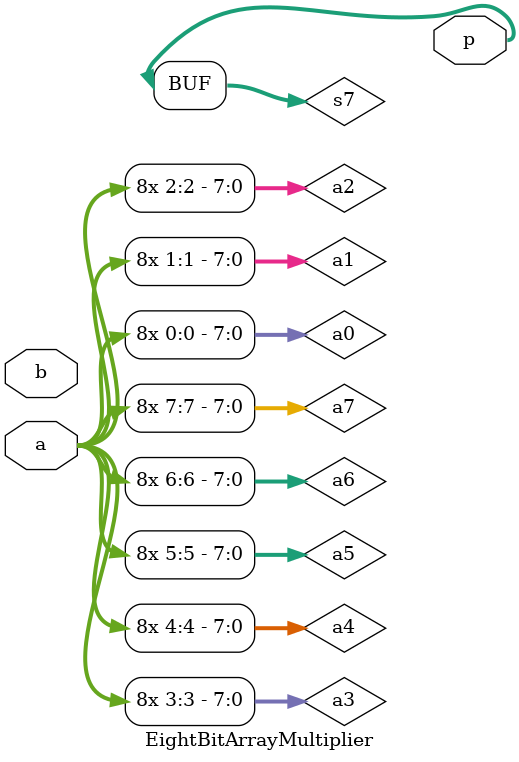
<source format=v>
/* EightBitArrayMultiplier.v
* -------------------
* By: Harith S. Ibrahim
* Date: 2nd March 2022
*
* Module Description:
* --------------------
* The top-level-entity of the unsigned 8-bit array multiplayer 
* 
* Inputs:
*
* a: unsigned 8 bit input of the first multiplied value 
*
* b: unsigned 8 bit input of the multiplaier value 
*
*
* Outputs:
* 
* p: final product value
*/

module EightBitArrayMultiplier(
	
	input [7:0]a,
	input [7:0]b,
	
	output [15:0]p
);
	//wire connections 

	wire [7:0]m0;
	wire [8:0]m1;
	wire [9:0]m2;
	wire [10:0]m3;
	wire [11:0]m4;
	wire [12:0]m5;
	wire [13:0]m6;
	wire [14:0]m7;
	wire [15:0]s1,s2,s3,s4,s5,s6,s7; //shifters

	//repeating A values to be repeated and used in each row  

	wire [7:0] a0, a1, a2, a3, a4, a5, a6, a7; 
	assign a0 = {8{a[0]}};
	assign a1 = {8{a[1]}};
	assign a2 = {8{a[2]}};
	assign a3 = {8{a[3]}};
	assign a4 = {8{a[4]}};
	assign a5 = {8{a[5]}};
	assign a6 = {8{a[6]}};
	assign a7 = {8{a[7]}};

//Array Rows

EightBitArrayRow row0(
	a0[7:0],
	b[7:0],
	m0[7:0]
);

EightBitArrayRow row1(
	a1[7:0],
	b[7:0],
	m1[7:0]
);

EightBitArrayRow row2(
	a2[7:0],
	b[7:0],
	m2[7:0]
);

EightBitArrayRow row3(
	a3[7:0],
	b[7:0],
	m3[7:0]
);

EightBitArrayRow row4(
	a4[7:0],
	b[7:0],
	m4[7:0]
);

EightBitArrayRow row5(
	a5[7:0],
	b[7:0],
	m5[7:0]
);

EightBitArrayRow row6(
	a6[7:0],
	b[7:0],
	m6[7:0]
);

EightBitArrayRow row7(
	a7[7:0],
	b[7:0],
	m7[7:0]
);

//Final addition with row-shifting

assign sl=m0 + (m1<<1);
assign s2=sl + (m2<<2);
assign s3=s2 + (m3<<3);
assign s4=s3 + (m4<<4);
assign s5=s4 + (m5<<5);
assign s6=s5 +  (m7<<7);

//final value
assign p=s7;

endmodule
</source>
